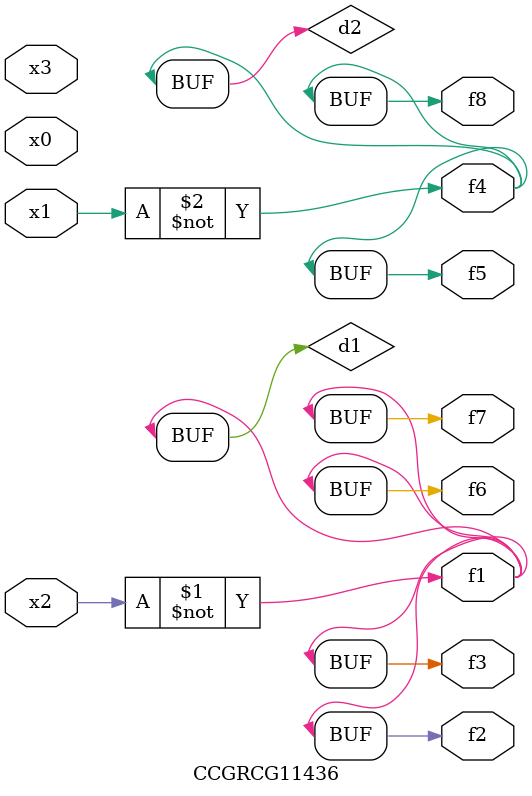
<source format=v>
module CCGRCG11436(
	input x0, x1, x2, x3,
	output f1, f2, f3, f4, f5, f6, f7, f8
);

	wire d1, d2;

	xnor (d1, x2);
	not (d2, x1);
	assign f1 = d1;
	assign f2 = d1;
	assign f3 = d1;
	assign f4 = d2;
	assign f5 = d2;
	assign f6 = d1;
	assign f7 = d1;
	assign f8 = d2;
endmodule

</source>
